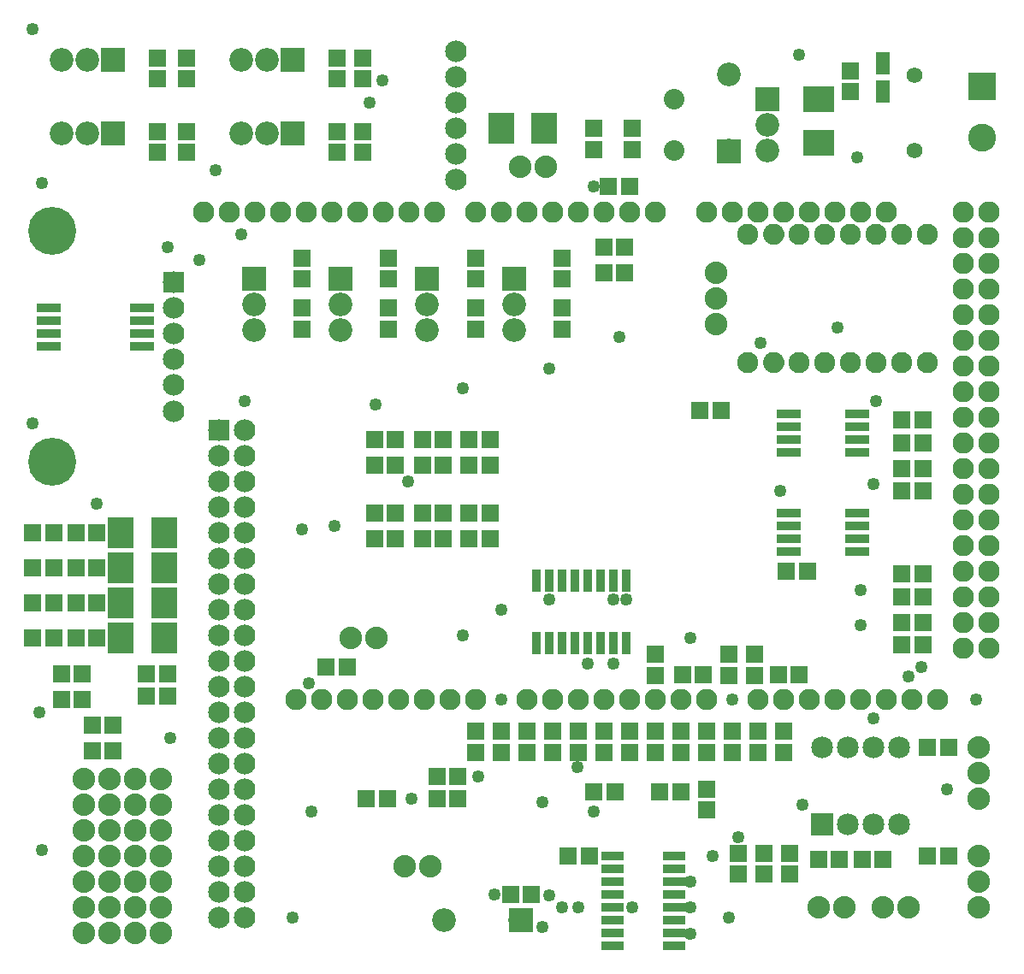
<source format=gts>
G04 MADE WITH FRITZING*
G04 WWW.FRITZING.ORG*
G04 DOUBLE SIDED*
G04 HOLES PLATED*
G04 CONTOUR ON CENTER OF CONTOUR VECTOR*
%ASAXBY*%
%FSLAX23Y23*%
%MOIN*%
%OFA0B0*%
%SFA1.0B1.0*%
%ADD10C,0.082472*%
%ADD11C,0.082445*%
%ADD12C,0.082417*%
%ADD13C,0.049370*%
%ADD14C,0.084000*%
%ADD15C,0.092000*%
%ADD16C,0.080000*%
%ADD17C,0.187165*%
%ADD18C,0.088000*%
%ADD19C,0.085000*%
%ADD20C,0.082917*%
%ADD21C,0.061496*%
%ADD22C,0.109055*%
%ADD23R,0.069055X0.065118*%
%ADD24R,0.065118X0.069055*%
%ADD25R,0.096614X0.033622*%
%ADD26R,0.123708X0.100086*%
%ADD27R,0.100086X0.123708*%
%ADD28R,0.084000X0.084000*%
%ADD29R,0.036000X0.090000*%
%ADD30R,0.096900X0.034000*%
%ADD31R,0.092000X0.092000*%
%ADD32R,0.057244X0.088740*%
%ADD33R,0.090000X0.036000*%
%ADD34R,0.085000X0.085000*%
%ADD35R,0.109055X0.109055*%
%ADD36R,0.001000X0.001000*%
%LNMASK1*%
G90*
G70*
G54D10*
X2844Y2472D03*
X3544Y2972D03*
X3444Y2972D03*
X3344Y2972D03*
X3244Y2972D03*
X3144Y2972D03*
G54D11*
X3044Y2972D03*
G54D10*
X2844Y2972D03*
G54D11*
X3544Y2472D03*
G54D12*
X3444Y2472D03*
G54D11*
X3344Y2472D03*
G54D10*
X3244Y2472D03*
G54D11*
X3144Y2472D03*
G54D12*
X3044Y2472D03*
G54D13*
X2707Y547D03*
X2769Y309D03*
X3282Y1447D03*
X1882Y1509D03*
X2244Y3159D03*
X3519Y1284D03*
X82Y1109D03*
X2070Y396D03*
X1857Y397D03*
X3269Y3272D03*
X3044Y3672D03*
X1107Y1822D03*
X57Y2234D03*
X882Y2322D03*
X1069Y309D03*
G54D14*
X607Y2784D03*
X607Y2684D03*
X607Y2584D03*
X607Y2484D03*
X607Y2384D03*
X607Y2283D03*
G54D13*
X94Y572D03*
X94Y3172D03*
X1144Y722D03*
X2394Y347D03*
X2182Y347D03*
X2119Y347D03*
X2044Y272D03*
X2244Y722D03*
X2620Y246D03*
X2619Y347D03*
X2619Y447D03*
X2181Y894D03*
X3469Y1247D03*
X2807Y622D03*
X307Y1922D03*
X582Y2922D03*
X707Y2872D03*
X1232Y1834D03*
X3619Y809D03*
X3344Y2322D03*
X3282Y1584D03*
X57Y3772D03*
X2319Y1547D03*
X2619Y1397D03*
X1794Y859D03*
X1519Y2009D03*
X1132Y1222D03*
X2219Y1297D03*
X2069Y1547D03*
X2319Y1297D03*
X2369Y1547D03*
X1732Y1409D03*
X3732Y1159D03*
X869Y2972D03*
X2344Y2572D03*
G54D15*
X1957Y297D03*
X1659Y297D03*
G54D16*
X2557Y3497D03*
X2557Y3297D03*
G54D13*
X1532Y772D03*
G54D14*
X1707Y3684D03*
X1707Y3584D03*
X1707Y3484D03*
X1707Y3384D03*
X1707Y3284D03*
X1707Y3184D03*
X1707Y3684D03*
X1707Y3584D03*
X1707Y3484D03*
X1707Y3384D03*
X1707Y3284D03*
X1707Y3184D03*
G54D13*
X3057Y747D03*
G54D17*
X132Y2084D03*
X132Y2984D03*
G54D13*
X1732Y2372D03*
X2069Y2447D03*
X1394Y2309D03*
X769Y3222D03*
X1369Y3484D03*
X1419Y3572D03*
X3332Y1084D03*
X1882Y1159D03*
X594Y1009D03*
X2782Y1159D03*
X3194Y2609D03*
X2969Y1972D03*
X3332Y1997D03*
X2044Y759D03*
G54D18*
X557Y347D03*
X457Y347D03*
X357Y347D03*
X257Y347D03*
X557Y847D03*
X457Y847D03*
X357Y847D03*
X257Y847D03*
X257Y647D03*
X357Y647D03*
X457Y647D03*
X457Y447D03*
X257Y447D03*
X357Y447D03*
X557Y447D03*
X257Y247D03*
X357Y247D03*
X257Y747D03*
X357Y747D03*
X457Y747D03*
X557Y247D03*
X457Y547D03*
X557Y547D03*
X1397Y1397D03*
X1297Y1397D03*
X257Y547D03*
X357Y547D03*
X557Y747D03*
X457Y247D03*
X557Y647D03*
G54D13*
X2894Y2547D03*
G54D19*
X3132Y672D03*
X3132Y972D03*
X3232Y672D03*
X3232Y972D03*
X3332Y672D03*
X3332Y972D03*
X3432Y672D03*
X3432Y972D03*
G54D14*
X882Y2209D03*
X882Y2109D03*
X882Y2009D03*
X882Y1909D03*
X882Y1809D03*
X882Y1709D03*
X882Y1609D03*
X882Y1509D03*
X882Y1409D03*
X882Y1309D03*
X882Y1209D03*
X882Y1109D03*
X882Y1009D03*
X882Y909D03*
X882Y809D03*
X882Y709D03*
X882Y609D03*
X882Y509D03*
X882Y409D03*
X882Y309D03*
X782Y2209D03*
X782Y2109D03*
X782Y2009D03*
X782Y1909D03*
X782Y1809D03*
X782Y1709D03*
X782Y1609D03*
X782Y1509D03*
X782Y1409D03*
X782Y1309D03*
X782Y1209D03*
X782Y1109D03*
X782Y1009D03*
X782Y909D03*
X782Y809D03*
X782Y709D03*
X782Y609D03*
X782Y509D03*
X782Y409D03*
X782Y309D03*
G54D20*
X2982Y1159D03*
X1382Y1159D03*
X3082Y1159D03*
X3182Y1159D03*
X3282Y1159D03*
X3382Y1159D03*
X3682Y2559D03*
X3482Y1159D03*
X3582Y1159D03*
X1422Y3059D03*
X1982Y1159D03*
X2082Y1159D03*
X2182Y1159D03*
X2282Y1159D03*
X3682Y1759D03*
X2382Y1159D03*
X2482Y1159D03*
X2582Y1159D03*
X2682Y1159D03*
X2182Y3059D03*
X3682Y2959D03*
X3682Y2159D03*
X3682Y1359D03*
X1022Y3059D03*
X1782Y1159D03*
X1782Y3059D03*
X3682Y2759D03*
X3682Y2359D03*
X3682Y1959D03*
X3382Y3059D03*
X3682Y1559D03*
X3282Y3059D03*
X3182Y3059D03*
X3082Y3059D03*
X2982Y3059D03*
X2882Y3059D03*
X2782Y3059D03*
X2682Y3059D03*
X822Y3059D03*
X1222Y3059D03*
X1622Y3059D03*
X1182Y1159D03*
X1582Y1159D03*
X2382Y3059D03*
X1982Y3059D03*
X3682Y3059D03*
X3682Y2859D03*
X3682Y2659D03*
X3682Y2459D03*
X3682Y2259D03*
X3682Y2059D03*
X3682Y1859D03*
X3682Y1659D03*
X3682Y1459D03*
X722Y3059D03*
X922Y3059D03*
X1122Y3059D03*
X1322Y3059D03*
X1522Y3059D03*
X1082Y1159D03*
X1282Y1159D03*
X1482Y1159D03*
X1682Y1159D03*
X2482Y3059D03*
X2282Y3059D03*
X2082Y3059D03*
X1882Y3059D03*
X3782Y3059D03*
X3782Y2959D03*
X3782Y2859D03*
X3782Y2759D03*
X3782Y2659D03*
X3782Y2559D03*
X3782Y2459D03*
X3782Y2359D03*
X3782Y2259D03*
X3782Y2159D03*
X3782Y2059D03*
X3782Y1959D03*
X3782Y1859D03*
X3782Y1759D03*
X3782Y1659D03*
X3782Y1559D03*
X3782Y1459D03*
X3782Y1359D03*
X2882Y1159D03*
G54D15*
X1257Y2797D03*
X1257Y2697D03*
X1257Y2597D03*
X1932Y2797D03*
X1932Y2697D03*
X1932Y2597D03*
X1594Y2797D03*
X1594Y2697D03*
X1594Y2597D03*
X919Y2797D03*
X919Y2697D03*
X919Y2597D03*
G54D18*
X3744Y347D03*
X3744Y447D03*
X3744Y547D03*
X3744Y972D03*
X3744Y872D03*
X3744Y772D03*
X2057Y3234D03*
X1957Y3234D03*
X2719Y2822D03*
X2719Y2722D03*
X2719Y2622D03*
X3119Y347D03*
X3219Y347D03*
X1607Y509D03*
X1507Y509D03*
X3469Y347D03*
X3369Y347D03*
G54D15*
X2919Y3497D03*
X2919Y3397D03*
X2919Y3297D03*
X2769Y3297D03*
X2769Y3595D03*
G54D21*
X3494Y3297D03*
X3494Y3592D03*
X3494Y3297D03*
X3494Y3592D03*
G54D15*
X369Y3366D03*
X269Y3366D03*
X169Y3366D03*
X1069Y3653D03*
X969Y3653D03*
X869Y3653D03*
X369Y3653D03*
X269Y3653D03*
X169Y3653D03*
X1069Y3366D03*
X969Y3366D03*
X869Y3366D03*
G54D22*
X3757Y3547D03*
X3757Y3347D03*
G54D23*
X2244Y3303D03*
X2244Y3384D03*
G54D24*
X2301Y3159D03*
X2382Y3159D03*
G54D25*
X482Y2584D03*
X120Y2584D03*
X482Y2534D03*
X482Y2634D03*
X482Y2684D03*
X120Y2534D03*
X120Y2634D03*
X120Y2684D03*
G54D26*
X3119Y3497D03*
X3119Y3327D03*
G54D27*
X1882Y3384D03*
X2051Y3384D03*
G54D28*
X607Y2784D03*
G54D29*
X2019Y1380D03*
X2069Y1380D03*
X2119Y1380D03*
X2169Y1380D03*
X2219Y1380D03*
X2269Y1380D03*
X2319Y1380D03*
X2369Y1380D03*
X2369Y1622D03*
X2319Y1622D03*
X2269Y1622D03*
X2219Y1622D03*
X2169Y1622D03*
X2119Y1622D03*
X2069Y1622D03*
X2019Y1622D03*
G54D30*
X3269Y2122D03*
X3269Y2172D03*
X3269Y2222D03*
X3269Y2272D03*
X3004Y2272D03*
X3004Y2222D03*
X3004Y2172D03*
X3004Y2122D03*
X3269Y1734D03*
X3269Y1784D03*
X3269Y1834D03*
X3269Y1884D03*
X3004Y1884D03*
X3004Y1834D03*
X3004Y1784D03*
X3004Y1734D03*
G54D27*
X569Y1397D03*
X400Y1397D03*
X569Y1534D03*
X400Y1534D03*
X569Y1672D03*
X400Y1672D03*
X569Y1809D03*
X400Y1809D03*
G54D24*
X57Y1397D03*
X138Y1397D03*
X57Y1534D03*
X138Y1534D03*
X57Y1672D03*
X138Y1672D03*
X57Y1809D03*
X138Y1809D03*
X1575Y1784D03*
X1656Y1784D03*
X1575Y1884D03*
X1656Y1884D03*
X1575Y2072D03*
X1656Y2072D03*
X1575Y2172D03*
X1656Y2172D03*
X307Y1397D03*
X226Y1397D03*
X307Y1534D03*
X226Y1534D03*
X307Y1672D03*
X226Y1672D03*
X307Y1809D03*
X226Y1809D03*
X1388Y1784D03*
X1468Y1784D03*
X1388Y1884D03*
X1468Y1884D03*
X1388Y2072D03*
X1468Y2072D03*
X1388Y2172D03*
X1468Y2172D03*
G54D31*
X1958Y297D03*
G54D32*
X3369Y3527D03*
X3369Y3638D03*
G54D33*
X2557Y197D03*
X2557Y247D03*
X2557Y297D03*
X2557Y347D03*
X2557Y397D03*
X2557Y447D03*
X2557Y497D03*
X2557Y547D03*
X2315Y547D03*
X2315Y497D03*
X2315Y447D03*
X2315Y397D03*
X2315Y347D03*
X2315Y297D03*
X2315Y247D03*
X2315Y197D03*
G54D24*
X2144Y547D03*
X2225Y547D03*
X582Y1172D03*
X501Y1172D03*
X369Y1059D03*
X289Y1059D03*
X2282Y2922D03*
X2363Y2922D03*
G54D23*
X3244Y3609D03*
X3244Y3528D03*
X2394Y3384D03*
X2394Y3303D03*
G54D24*
X369Y959D03*
X289Y959D03*
X582Y1259D03*
X501Y1259D03*
X250Y1259D03*
X169Y1259D03*
G54D23*
X1344Y3291D03*
X1344Y3372D03*
X1244Y3578D03*
X1244Y3659D03*
X1344Y3578D03*
X1344Y3659D03*
X1244Y3291D03*
X1244Y3372D03*
X657Y3578D03*
X657Y3659D03*
X544Y3578D03*
X544Y3659D03*
X657Y3291D03*
X657Y3372D03*
X544Y3291D03*
X544Y3372D03*
G54D24*
X3525Y2247D03*
X3444Y2247D03*
X3525Y1972D03*
X3444Y1972D03*
X3525Y2059D03*
X3444Y2059D03*
X3525Y2159D03*
X3444Y2159D03*
X2657Y2284D03*
X2738Y2284D03*
X3525Y1372D03*
X3444Y1372D03*
X3525Y1459D03*
X3444Y1459D03*
X3525Y1559D03*
X3444Y1559D03*
X3525Y1647D03*
X3444Y1647D03*
G54D23*
X1107Y2603D03*
X1107Y2684D03*
X1444Y2603D03*
X1444Y2684D03*
X1782Y2603D03*
X1782Y2684D03*
X2119Y2603D03*
X2119Y2684D03*
X1107Y2877D03*
X1107Y2797D03*
X1444Y2877D03*
X1444Y2797D03*
X1782Y2877D03*
X1782Y2797D03*
X2119Y2877D03*
X2119Y2797D03*
G54D24*
X1757Y2072D03*
X1838Y2072D03*
X1838Y2172D03*
X1757Y2172D03*
X1713Y772D03*
X1632Y772D03*
X2325Y797D03*
X2244Y797D03*
X250Y1159D03*
X169Y1159D03*
X2994Y1659D03*
X3075Y1659D03*
G54D23*
X2769Y1334D03*
X2769Y1253D03*
X2082Y953D03*
X2082Y1034D03*
G54D24*
X1282Y1284D03*
X1201Y1284D03*
X2363Y2822D03*
X2282Y2822D03*
G54D23*
X1982Y953D03*
X1982Y1034D03*
G54D24*
X1713Y859D03*
X1632Y859D03*
G54D23*
X1782Y1034D03*
X1782Y953D03*
G54D24*
X3044Y1255D03*
X2964Y1255D03*
G54D23*
X2482Y1253D03*
X2482Y1334D03*
G54D24*
X3625Y972D03*
X3544Y972D03*
X3289Y534D03*
X3369Y534D03*
X3200Y534D03*
X3119Y534D03*
X3625Y547D03*
X3544Y547D03*
G54D23*
X3007Y559D03*
X3007Y478D03*
X2682Y728D03*
X2682Y809D03*
G54D24*
X2501Y797D03*
X2582Y797D03*
G54D34*
X3132Y672D03*
G54D28*
X782Y2209D03*
G54D31*
X1257Y2797D03*
X1932Y2797D03*
X1594Y2797D03*
X919Y2797D03*
X2919Y3497D03*
X2769Y3296D03*
X369Y3366D03*
X1069Y3653D03*
X369Y3653D03*
X1069Y3366D03*
G54D35*
X3757Y3547D03*
G54D23*
X2882Y953D03*
X2882Y1034D03*
X2807Y478D03*
X2807Y559D03*
X2907Y478D03*
X2907Y559D03*
G54D24*
X1357Y772D03*
X1438Y772D03*
G54D23*
X1882Y953D03*
X1882Y1034D03*
X2182Y953D03*
X2182Y1034D03*
X2982Y953D03*
X2982Y1034D03*
X2682Y953D03*
X2682Y1034D03*
X2582Y953D03*
X2582Y1034D03*
X2782Y953D03*
X2782Y1034D03*
X2482Y953D03*
X2482Y1034D03*
X2282Y953D03*
X2282Y1034D03*
X2382Y953D03*
X2382Y1034D03*
G54D24*
X1757Y1784D03*
X1838Y1784D03*
X1838Y1884D03*
X1757Y1884D03*
X2669Y1255D03*
X2589Y1255D03*
G54D23*
X2869Y1253D03*
X2869Y1334D03*
G54D24*
X1919Y397D03*
X2000Y397D03*
G54D36*
X2939Y3013D02*
X2948Y3013D01*
X2934Y3012D02*
X2954Y3012D01*
X2931Y3011D02*
X2957Y3011D01*
X2928Y3010D02*
X2960Y3010D01*
X2926Y3009D02*
X2962Y3009D01*
X2924Y3008D02*
X2964Y3008D01*
X2922Y3007D02*
X2965Y3007D01*
X2921Y3006D02*
X2967Y3006D01*
X2920Y3005D02*
X2968Y3005D01*
X2918Y3004D02*
X2970Y3004D01*
X2917Y3003D02*
X2971Y3003D01*
X2916Y3002D02*
X2972Y3002D01*
X2915Y3001D02*
X2973Y3001D01*
X2914Y3000D02*
X2974Y3000D01*
X2913Y2999D02*
X2975Y2999D01*
X2912Y2998D02*
X2975Y2998D01*
X2912Y2997D02*
X2976Y2997D01*
X2911Y2996D02*
X2977Y2996D01*
X2910Y2995D02*
X2978Y2995D01*
X2910Y2994D02*
X2978Y2994D01*
X2909Y2993D02*
X2979Y2993D01*
X2908Y2992D02*
X2979Y2992D01*
X2908Y2991D02*
X2980Y2991D01*
X2907Y2990D02*
X2980Y2990D01*
X2907Y2989D02*
X2981Y2989D01*
X2906Y2988D02*
X2981Y2988D01*
X2906Y2987D02*
X2982Y2987D01*
X2906Y2986D02*
X2982Y2986D01*
X2905Y2985D02*
X2983Y2985D01*
X2905Y2984D02*
X2983Y2984D01*
X2905Y2983D02*
X2983Y2983D01*
X2904Y2982D02*
X2983Y2982D01*
X2904Y2981D02*
X2984Y2981D01*
X2904Y2980D02*
X2984Y2980D01*
X2904Y2979D02*
X2984Y2979D01*
X2904Y2978D02*
X2984Y2978D01*
X2904Y2977D02*
X2984Y2977D01*
X2903Y2976D02*
X2984Y2976D01*
X2903Y2975D02*
X2984Y2975D01*
X2903Y2974D02*
X2984Y2974D01*
X2903Y2973D02*
X2985Y2973D01*
X2903Y2972D02*
X2985Y2972D01*
X2903Y2971D02*
X2985Y2971D01*
X2903Y2970D02*
X2984Y2970D01*
X2903Y2969D02*
X2984Y2969D01*
X2903Y2968D02*
X2984Y2968D01*
X2904Y2967D02*
X2984Y2967D01*
X2904Y2966D02*
X2984Y2966D01*
X2904Y2965D02*
X2984Y2965D01*
X2904Y2964D02*
X2984Y2964D01*
X2904Y2963D02*
X2983Y2963D01*
X2905Y2962D02*
X2983Y2962D01*
X2905Y2961D02*
X2983Y2961D01*
X2905Y2960D02*
X2983Y2960D01*
X2905Y2959D02*
X2982Y2959D01*
X2906Y2958D02*
X2982Y2958D01*
X2906Y2957D02*
X2982Y2957D01*
X2906Y2956D02*
X2981Y2956D01*
X2907Y2955D02*
X2981Y2955D01*
X2907Y2954D02*
X2980Y2954D01*
X2908Y2953D02*
X2980Y2953D01*
X2908Y2952D02*
X2979Y2952D01*
X2909Y2951D02*
X2979Y2951D01*
X2910Y2950D02*
X2978Y2950D01*
X2910Y2949D02*
X2977Y2949D01*
X2911Y2948D02*
X2977Y2948D01*
X2912Y2947D02*
X2976Y2947D01*
X2913Y2946D02*
X2975Y2946D01*
X2913Y2945D02*
X2974Y2945D01*
X2914Y2944D02*
X2973Y2944D01*
X2915Y2943D02*
X2973Y2943D01*
X2916Y2942D02*
X2971Y2942D01*
X2917Y2941D02*
X2970Y2941D01*
X2919Y2940D02*
X2969Y2940D01*
X2920Y2939D02*
X2968Y2939D01*
X2921Y2938D02*
X2966Y2938D01*
X2923Y2937D02*
X2965Y2937D01*
X2925Y2936D02*
X2963Y2936D01*
X2927Y2935D02*
X2961Y2935D01*
X2929Y2934D02*
X2959Y2934D01*
X2932Y2933D02*
X2956Y2933D01*
X2935Y2932D02*
X2952Y2932D01*
X2943Y2931D02*
X2945Y2931D01*
X2939Y2513D02*
X2948Y2513D01*
X2934Y2512D02*
X2954Y2512D01*
X2931Y2511D02*
X2957Y2511D01*
X2928Y2510D02*
X2960Y2510D01*
X2926Y2509D02*
X2962Y2509D01*
X2924Y2508D02*
X2964Y2508D01*
X2923Y2507D02*
X2965Y2507D01*
X2921Y2506D02*
X2967Y2506D01*
X2920Y2505D02*
X2968Y2505D01*
X2918Y2504D02*
X2969Y2504D01*
X2917Y2503D02*
X2971Y2503D01*
X2916Y2502D02*
X2972Y2502D01*
X2915Y2501D02*
X2973Y2501D01*
X2914Y2500D02*
X2974Y2500D01*
X2913Y2499D02*
X2975Y2499D01*
X2912Y2498D02*
X2975Y2498D01*
X2912Y2497D02*
X2976Y2497D01*
X2911Y2496D02*
X2977Y2496D01*
X2910Y2495D02*
X2978Y2495D01*
X2910Y2494D02*
X2978Y2494D01*
X2909Y2493D02*
X2979Y2493D01*
X2908Y2492D02*
X2979Y2492D01*
X2908Y2491D02*
X2980Y2491D01*
X2907Y2490D02*
X2980Y2490D01*
X2907Y2489D02*
X2981Y2489D01*
X2906Y2488D02*
X2981Y2488D01*
X2906Y2487D02*
X2982Y2487D01*
X2906Y2486D02*
X2982Y2486D01*
X2905Y2485D02*
X2982Y2485D01*
X2905Y2484D02*
X2983Y2484D01*
X2905Y2483D02*
X2983Y2483D01*
X2904Y2482D02*
X2983Y2482D01*
X2904Y2481D02*
X2984Y2481D01*
X2904Y2480D02*
X2984Y2480D01*
X2904Y2479D02*
X2984Y2479D01*
X2904Y2478D02*
X2984Y2478D01*
X2904Y2477D02*
X2984Y2477D01*
X2903Y2476D02*
X2984Y2476D01*
X2903Y2475D02*
X2984Y2475D01*
X2903Y2474D02*
X2984Y2474D01*
X2903Y2473D02*
X2985Y2473D01*
X2903Y2472D02*
X2985Y2472D01*
X2903Y2471D02*
X2985Y2471D01*
X2903Y2470D02*
X2984Y2470D01*
X2903Y2469D02*
X2984Y2469D01*
X2903Y2468D02*
X2984Y2468D01*
X2904Y2467D02*
X2984Y2467D01*
X2904Y2466D02*
X2984Y2466D01*
X2904Y2465D02*
X2984Y2465D01*
X2904Y2464D02*
X2984Y2464D01*
X2904Y2463D02*
X2983Y2463D01*
X2905Y2462D02*
X2983Y2462D01*
X2905Y2461D02*
X2983Y2461D01*
X2905Y2460D02*
X2983Y2460D01*
X2905Y2459D02*
X2982Y2459D01*
X2906Y2458D02*
X2982Y2458D01*
X2906Y2457D02*
X2982Y2457D01*
X2906Y2456D02*
X2981Y2456D01*
X2907Y2455D02*
X2981Y2455D01*
X2907Y2454D02*
X2980Y2454D01*
X2908Y2453D02*
X2980Y2453D01*
X2909Y2452D02*
X2979Y2452D01*
X2909Y2451D02*
X2979Y2451D01*
X2910Y2450D02*
X2978Y2450D01*
X2910Y2449D02*
X2977Y2449D01*
X2911Y2448D02*
X2977Y2448D01*
X2912Y2447D02*
X2976Y2447D01*
X2913Y2446D02*
X2975Y2446D01*
X2913Y2445D02*
X2974Y2445D01*
X2914Y2444D02*
X2973Y2444D01*
X2915Y2443D02*
X2972Y2443D01*
X2916Y2442D02*
X2971Y2442D01*
X2917Y2441D02*
X2970Y2441D01*
X2919Y2440D02*
X2969Y2440D01*
X2920Y2439D02*
X2968Y2439D01*
X2921Y2438D02*
X2966Y2438D01*
X2923Y2437D02*
X2965Y2437D01*
X2925Y2436D02*
X2963Y2436D01*
X2927Y2435D02*
X2961Y2435D01*
X2929Y2434D02*
X2959Y2434D01*
X2932Y2433D02*
X2956Y2433D01*
X2935Y2432D02*
X2952Y2432D01*
X2943Y2431D02*
X2945Y2431D01*
D02*
G04 End of Mask1*
M02*
</source>
